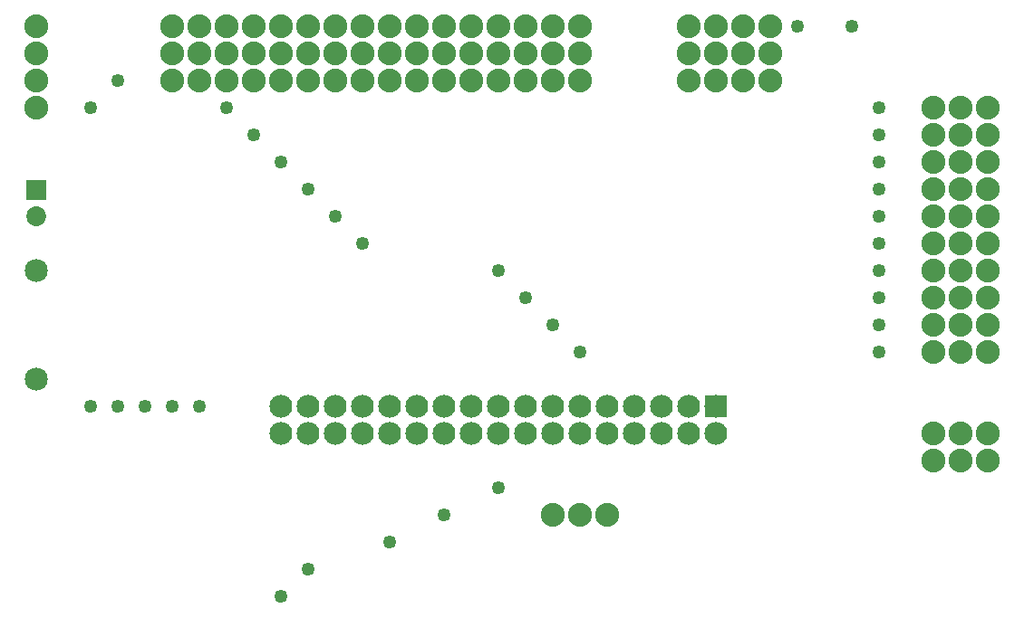
<source format=gts>
G04 MADE WITH FRITZING*
G04 WWW.FRITZING.ORG*
G04 DOUBLE SIDED*
G04 HOLES PLATED*
G04 CONTOUR ON CENTER OF CONTOUR VECTOR*
%ASAXBY*%
%FSLAX23Y23*%
%MOIN*%
%OFA0B0*%
%SFA1.0B1.0*%
%ADD10C,0.084000*%
%ADD11C,0.088000*%
%ADD12C,0.049370*%
%ADD13C,0.072992*%
%ADD14C,0.085000*%
%ADD15R,0.084000X0.084000*%
%ADD16R,0.072992X0.072992*%
%LNMASK1*%
G90*
G70*
G54D10*
X2789Y818D03*
X2689Y818D03*
X2589Y818D03*
X2489Y818D03*
X2389Y818D03*
X2289Y818D03*
X2189Y818D03*
X2089Y818D03*
X1989Y818D03*
X1889Y818D03*
X1789Y818D03*
X1689Y818D03*
X1589Y818D03*
X1489Y818D03*
X1389Y818D03*
X1289Y818D03*
X1189Y818D03*
X2789Y918D03*
X2689Y918D03*
X2589Y918D03*
X2489Y918D03*
X2389Y918D03*
X2289Y918D03*
X2189Y918D03*
X2089Y918D03*
X1989Y918D03*
X1889Y918D03*
X1789Y918D03*
X1689Y918D03*
X1589Y918D03*
X1489Y918D03*
X1389Y918D03*
X1289Y918D03*
X1189Y918D03*
G54D11*
X2689Y2318D03*
X2689Y2218D03*
X2689Y2118D03*
X2789Y2318D03*
X2789Y2218D03*
X2789Y2118D03*
X2989Y2318D03*
X2989Y2218D03*
X2989Y2118D03*
X2889Y2318D03*
X2889Y2218D03*
X2889Y2118D03*
X3589Y718D03*
X3689Y718D03*
X3789Y718D03*
X3589Y818D03*
X3689Y818D03*
X3789Y818D03*
X3589Y2018D03*
X3689Y2018D03*
X3789Y2018D03*
X3589Y1918D03*
X3689Y1918D03*
X3789Y1918D03*
X3589Y1818D03*
X3689Y1818D03*
X3789Y1818D03*
X3589Y1718D03*
X3689Y1718D03*
X3789Y1718D03*
X3589Y1618D03*
X3689Y1618D03*
X3789Y1618D03*
X3589Y1518D03*
X3689Y1518D03*
X3789Y1518D03*
X3589Y1418D03*
X3689Y1418D03*
X3789Y1418D03*
X3589Y1318D03*
X3689Y1318D03*
X3789Y1318D03*
X3589Y1218D03*
X3689Y1218D03*
X3789Y1218D03*
X3589Y1118D03*
X3689Y1118D03*
X3789Y1118D03*
X2189Y518D03*
X2289Y518D03*
X2389Y518D03*
X289Y2318D03*
X289Y2218D03*
X289Y2118D03*
X289Y2018D03*
X789Y2318D03*
X789Y2218D03*
X789Y2118D03*
X889Y2318D03*
X889Y2218D03*
X889Y2118D03*
X989Y2318D03*
X989Y2218D03*
X989Y2118D03*
X1089Y2318D03*
X1089Y2218D03*
X1089Y2118D03*
X1189Y2318D03*
X1189Y2218D03*
X1189Y2118D03*
X1289Y2318D03*
X1289Y2218D03*
X1289Y2118D03*
X1389Y2318D03*
X1389Y2218D03*
X1389Y2118D03*
X1489Y2318D03*
X1489Y2218D03*
X1489Y2118D03*
X1589Y2318D03*
X1589Y2218D03*
X1589Y2118D03*
X1689Y2318D03*
X1689Y2218D03*
X1689Y2118D03*
X1789Y2318D03*
X1789Y2218D03*
X1789Y2118D03*
X1889Y2318D03*
X1889Y2218D03*
X1889Y2118D03*
X1989Y2318D03*
X1989Y2218D03*
X1989Y2118D03*
X2089Y2318D03*
X2089Y2218D03*
X2089Y2118D03*
X2189Y2318D03*
X2189Y2218D03*
X2189Y2118D03*
X2289Y2318D03*
X2289Y2218D03*
X2289Y2118D03*
G54D12*
X589Y2118D03*
X489Y2018D03*
X1189Y218D03*
X1289Y318D03*
X1589Y418D03*
X1789Y518D03*
X1989Y618D03*
X889Y918D03*
X789Y918D03*
X689Y918D03*
X589Y918D03*
X489Y918D03*
X3289Y2318D03*
X3089Y2318D03*
X2289Y1118D03*
X3389Y1118D03*
X3389Y1218D03*
X3389Y1318D03*
X3389Y1418D03*
X3389Y1518D03*
X3389Y1618D03*
X3389Y1718D03*
X3389Y1818D03*
X3389Y1918D03*
X3389Y2018D03*
X2189Y1218D03*
X2089Y1318D03*
X1989Y1418D03*
X1489Y1518D03*
X1389Y1618D03*
X1289Y1718D03*
X1189Y1818D03*
X1089Y1918D03*
X989Y2018D03*
G54D13*
X289Y1716D03*
X289Y1618D03*
G54D14*
X289Y1418D03*
X289Y1018D03*
G54D15*
X2789Y918D03*
G54D16*
X289Y1716D03*
G04 End of Mask1*
M02*
</source>
